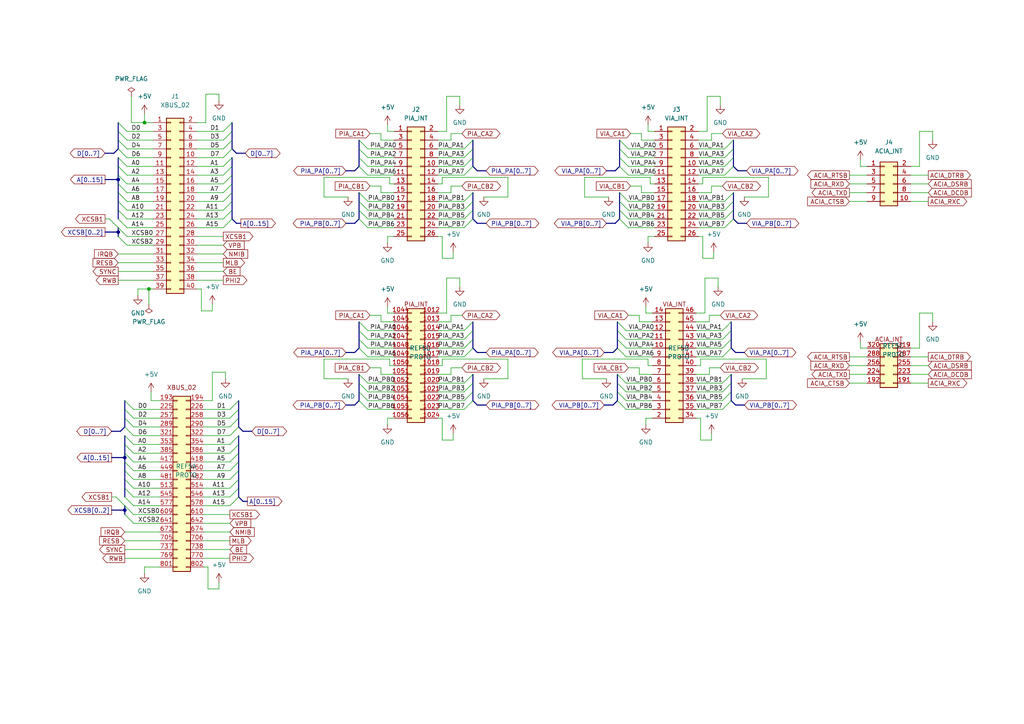
<source format=kicad_sch>
(kicad_sch (version 20211123) (generator eeschema)
  (paper "A4")
  (junction (at 41.91 35.56))
  (junction (at 36.195 132.715))
  (junction (at 36.195 147.955))
  (junction (at 34.29 52.07))
  (junction (at 43.18 83.82))
  (junction (at 34.29 67.31))
  (bus_entry (at 106.68 116.205) (size -2.54 -2.54))
  (bus_entry (at 36.195 128.905) (size 2.54 2.54))
  (bus_entry (at 182.245 45.72) (size -2.54 -2.54))
  (bus_entry (at 106.68 100.965) (size -2.54 -2.54))
  (bus_entry (at 36.195 123.825) (size 2.54 2.54))
  (bus_entry (at 182.245 58.42) (size -2.54 -2.54))
  (bus_entry (at 134.62 98.425) (size 2.54 -2.54))
  (bus_entry (at 134.62 118.745) (size 2.54 -2.54))
  (bus_entry (at 209.55 111.125) (size 2.54 -2.54))
  (bus_entry (at 66.675 139.065) (size 2.54 -2.54))
  (bus_entry (at 181.61 111.125) (size -2.54 -2.54))
  (bus_entry (at 64.77 66.04) (size 2.54 -2.54))
  (bus_entry (at 181.61 103.505) (size -2.54 -2.54))
  (bus_entry (at 209.55 98.425) (size 2.54 -2.54))
  (bus_entry (at 34.29 43.18) (size 2.54 2.54))
  (bus_entry (at 210.185 58.42) (size 2.54 -2.54))
  (bus_entry (at 34.29 53.34) (size 2.54 2.54))
  (bus_entry (at 106.68 95.885) (size -2.54 -2.54))
  (bus_entry (at 182.245 48.26) (size -2.54 -2.54))
  (bus_entry (at 181.61 100.965) (size -2.54 -2.54))
  (bus_entry (at 134.62 100.965) (size 2.54 -2.54))
  (bus_entry (at 36.195 116.205) (size 2.54 2.54))
  (bus_entry (at 210.185 48.26) (size 2.54 -2.54))
  (bus_entry (at 106.68 98.425) (size -2.54 -2.54))
  (bus_entry (at 34.29 58.42) (size 2.54 2.54))
  (bus_entry (at 36.195 126.365) (size 2.54 2.54))
  (bus_entry (at 134.62 116.205) (size 2.54 -2.54))
  (bus_entry (at 181.61 95.885) (size -2.54 -2.54))
  (bus_entry (at 33.655 144.145) (size 2.54 2.54))
  (bus_entry (at 134.62 63.5) (size 2.54 -2.54))
  (bus_entry (at 64.77 45.72) (size 2.54 -2.54))
  (bus_entry (at 36.195 139.065) (size 2.54 2.54))
  (bus_entry (at 36.195 146.685) (size 2.54 2.54))
  (bus_entry (at 66.675 126.365) (size 2.54 -2.54))
  (bus_entry (at 34.29 38.1) (size 2.54 2.54))
  (bus_entry (at 67.31 35.56) (size -2.54 2.54))
  (bus_entry (at 106.68 113.665) (size -2.54 -2.54))
  (bus_entry (at 64.77 53.34) (size 2.54 -2.54))
  (bus_entry (at 134.62 95.885) (size 2.54 -2.54))
  (bus_entry (at 36.195 144.145) (size 2.54 2.54))
  (bus_entry (at 66.675 128.905) (size 2.54 -2.54))
  (bus_entry (at 106.68 43.18) (size -2.54 -2.54))
  (bus_entry (at 134.62 66.04) (size 2.54 -2.54))
  (bus_entry (at 34.29 68.58) (size 2.54 2.54))
  (bus_entry (at 210.185 66.04) (size 2.54 -2.54))
  (bus_entry (at 36.195 149.225) (size 2.54 2.54))
  (bus_entry (at 31.75 63.5) (size 2.54 2.54))
  (bus_entry (at 134.62 58.42) (size 2.54 -2.54))
  (bus_entry (at 134.62 50.8) (size 2.54 -2.54))
  (bus_entry (at 106.68 48.26) (size -2.54 -2.54))
  (bus_entry (at 64.77 58.42) (size 2.54 -2.54))
  (bus_entry (at 34.29 55.88) (size 2.54 2.54))
  (bus_entry (at 210.185 43.18) (size 2.54 -2.54))
  (bus_entry (at 106.68 103.505) (size -2.54 -2.54))
  (bus_entry (at 182.245 43.18) (size -2.54 -2.54))
  (bus_entry (at 64.77 48.26) (size 2.54 -2.54))
  (bus_entry (at 69.215 121.285) (size -2.54 2.54))
  (bus_entry (at 210.185 63.5) (size 2.54 -2.54))
  (bus_entry (at 181.61 113.665) (size -2.54 -2.54))
  (bus_entry (at 106.68 60.96) (size -2.54 -2.54))
  (bus_entry (at 64.77 63.5) (size 2.54 -2.54))
  (bus_entry (at 210.185 45.72) (size 2.54 -2.54))
  (bus_entry (at 209.55 100.965) (size 2.54 -2.54))
  (bus_entry (at 210.185 50.8) (size 2.54 -2.54))
  (bus_entry (at 134.62 48.26) (size 2.54 -2.54))
  (bus_entry (at 134.62 45.72) (size 2.54 -2.54))
  (bus_entry (at 181.61 98.425) (size -2.54 -2.54))
  (bus_entry (at 209.55 116.205) (size 2.54 -2.54))
  (bus_entry (at 36.195 136.525) (size 2.54 2.54))
  (bus_entry (at 182.245 60.96) (size -2.54 -2.54))
  (bus_entry (at 66.675 146.685) (size 2.54 -2.54))
  (bus_entry (at 209.55 95.885) (size 2.54 -2.54))
  (bus_entry (at 66.675 133.985) (size 2.54 -2.54))
  (bus_entry (at 134.62 60.96) (size 2.54 -2.54))
  (bus_entry (at 34.29 60.96) (size 2.54 2.54))
  (bus_entry (at 209.55 113.665) (size 2.54 -2.54))
  (bus_entry (at 106.68 111.125) (size -2.54 -2.54))
  (bus_entry (at 36.195 133.985) (size 2.54 2.54))
  (bus_entry (at 36.195 121.285) (size 2.54 2.54))
  (bus_entry (at 67.31 40.64) (size -2.54 2.54))
  (bus_entry (at 106.68 58.42) (size -2.54 -2.54))
  (bus_entry (at 36.195 118.745) (size 2.54 2.54))
  (bus_entry (at 209.55 118.745) (size 2.54 -2.54))
  (bus_entry (at 106.68 66.04) (size -2.54 -2.54))
  (bus_entry (at 36.195 131.445) (size 2.54 2.54))
  (bus_entry (at 210.185 60.96) (size 2.54 -2.54))
  (bus_entry (at 34.29 63.5) (size 2.54 2.54))
  (bus_entry (at 134.62 113.665) (size 2.54 -2.54))
  (bus_entry (at 34.29 50.8) (size 2.54 2.54))
  (bus_entry (at 66.675 141.605) (size 2.54 -2.54))
  (bus_entry (at 66.675 131.445) (size 2.54 -2.54))
  (bus_entry (at 134.62 111.125) (size 2.54 -2.54))
  (bus_entry (at 34.29 35.56) (size 2.54 2.54))
  (bus_entry (at 182.245 50.8) (size -2.54 -2.54))
  (bus_entry (at 67.31 38.1) (size -2.54 2.54))
  (bus_entry (at 106.68 45.72) (size -2.54 -2.54))
  (bus_entry (at 106.68 63.5) (size -2.54 -2.54))
  (bus_entry (at 181.61 118.745) (size -2.54 -2.54))
  (bus_entry (at 66.675 136.525) (size 2.54 -2.54))
  (bus_entry (at 106.68 118.745) (size -2.54 -2.54))
  (bus_entry (at 182.245 66.04) (size -2.54 -2.54))
  (bus_entry (at 106.68 50.8) (size -2.54 -2.54))
  (bus_entry (at 69.215 116.205) (size -2.54 2.54))
  (bus_entry (at 64.77 55.88) (size 2.54 -2.54))
  (bus_entry (at 134.62 43.18) (size 2.54 -2.54))
  (bus_entry (at 182.245 63.5) (size -2.54 -2.54))
  (bus_entry (at 64.77 60.96) (size 2.54 -2.54))
  (bus_entry (at 134.62 103.505) (size 2.54 -2.54))
  (bus_entry (at 64.77 50.8) (size 2.54 -2.54))
  (bus_entry (at 66.675 144.145) (size 2.54 -2.54))
  (bus_entry (at 34.29 48.26) (size 2.54 2.54))
  (bus_entry (at 34.29 40.64) (size 2.54 2.54))
  (bus_entry (at 34.29 66.04) (size 2.54 2.54))
  (bus_entry (at 209.55 103.505) (size 2.54 -2.54))
  (bus_entry (at 181.61 116.205) (size -2.54 -2.54))
  (bus_entry (at 69.215 118.745) (size -2.54 2.54))
  (bus_entry (at 34.29 45.72) (size 2.54 2.54))
  (bus_entry (at 36.195 141.605) (size 2.54 2.54))
  (bus (pts (xy 137.16 93.345) (xy 137.16 95.885)))
  (wire (pts (xy 34.29 73.66) (xy 44.45 73.66)))
  (wire (pts (xy 114.3 95.885) (xy 106.68 95.885)))
  (wire (pts (xy 189.865 45.72) (xy 182.245 45.72)))
  (wire (pts (xy 127 38.1) (xy 129.54 38.1)))
  (bus (pts (xy 137.16 55.88) (xy 137.16 58.42)))
  (bus (pts (xy 140.97 49.53) (xy 138.43 49.53)))
  (wire (pts (xy 202.565 43.18) (xy 210.185 43.18)))
  (wire (pts (xy 246.38 111.125) (xy 251.46 111.125)))
  (wire (pts (xy 202.565 68.58) (xy 203.835 68.58)))
  (wire (pts (xy 189.23 116.205) (xy 181.61 116.205)))
  (bus (pts (xy 36.195 136.525) (xy 36.195 139.065)))
  (bus (pts (xy 137.16 45.72) (xy 137.16 48.26)))
  (wire (pts (xy 38.735 146.685) (xy 46.355 146.685)))
  (wire (pts (xy 59.055 128.905) (xy 66.675 128.905)))
  (wire (pts (xy 57.15 76.2) (xy 64.77 76.2)))
  (wire (pts (xy 58.42 83.82) (xy 58.42 90.17)))
  (wire (pts (xy 128.27 51.435) (xy 147.32 51.435)))
  (bus (pts (xy 216.535 64.77) (xy 213.995 64.77)))
  (bus (pts (xy 212.09 108.585) (xy 212.09 111.125)))
  (wire (pts (xy 58.42 90.17) (xy 61.595 90.17)))
  (wire (pts (xy 205.74 91.44) (xy 208.915 91.44)))
  (bus (pts (xy 36.195 132.715) (xy 36.195 133.985)))
  (wire (pts (xy 93.98 51.435) (xy 93.98 57.15)))
  (wire (pts (xy 57.15 78.74) (xy 64.77 78.74)))
  (wire (pts (xy 129.54 90.805) (xy 129.54 80.645)))
  (wire (pts (xy 57.15 48.26) (xy 64.77 48.26)))
  (wire (pts (xy 44.45 35.56) (xy 41.91 35.56)))
  (wire (pts (xy 130.81 106.68) (xy 133.985 106.68)))
  (wire (pts (xy 38.1 35.56) (xy 38.1 27.94)))
  (wire (pts (xy 269.24 58.42) (xy 264.16 58.42)))
  (wire (pts (xy 203.835 74.93) (xy 207.01 74.93)))
  (wire (pts (xy 128.27 106.045) (xy 127 106.045)))
  (wire (pts (xy 208.28 80.645) (xy 208.28 83.185)))
  (bus (pts (xy 212.725 55.88) (xy 212.725 58.42)))
  (wire (pts (xy 57.15 50.8) (xy 64.77 50.8)))
  (wire (pts (xy 130.81 91.44) (xy 133.985 91.44)))
  (wire (pts (xy 57.15 43.18) (xy 64.77 43.18)))
  (wire (pts (xy 41.91 164.465) (xy 46.355 164.465)))
  (bus (pts (xy 137.16 98.425) (xy 137.16 100.965)))
  (bus (pts (xy 212.09 113.665) (xy 212.09 116.205)))
  (wire (pts (xy 112.395 90.805) (xy 112.395 88.9)))
  (wire (pts (xy 187.96 104.14) (xy 168.91 104.14)))
  (bus (pts (xy 32.385 125.095) (xy 34.925 125.095)))
  (wire (pts (xy 201.93 113.665) (xy 209.55 113.665)))
  (wire (pts (xy 38.735 141.605) (xy 46.355 141.605)))
  (wire (pts (xy 187.325 90.805) (xy 187.325 88.9)))
  (bus (pts (xy 69.215 141.605) (xy 69.215 144.145)))
  (wire (pts (xy 114.3 118.745) (xy 106.68 118.745)))
  (wire (pts (xy 114.3 43.18) (xy 106.68 43.18)))
  (bus (pts (xy 212.09 93.345) (xy 212.09 95.885)))
  (wire (pts (xy 269.24 108.585) (xy 264.16 108.585)))
  (bus (pts (xy 179.07 116.205) (xy 177.8 117.475)))
  (bus (pts (xy 212.725 58.42) (xy 212.725 60.96)))
  (wire (pts (xy 59.055 121.285) (xy 66.675 121.285)))
  (wire (pts (xy 36.83 63.5) (xy 44.45 63.5)))
  (wire (pts (xy 133.35 27.94) (xy 133.35 30.48)))
  (wire (pts (xy 63.5 27.305) (xy 63.5 29.21)))
  (bus (pts (xy 212.725 63.5) (xy 213.995 64.77)))
  (bus (pts (xy 104.14 48.26) (xy 102.87 49.53)))
  (wire (pts (xy 127 116.205) (xy 134.62 116.205)))
  (wire (pts (xy 246.38 50.8) (xy 251.46 50.8)))
  (wire (pts (xy 185.42 106.68) (xy 182.245 106.68)))
  (wire (pts (xy 189.865 66.04) (xy 182.245 66.04)))
  (wire (pts (xy 57.15 53.34) (xy 64.77 53.34)))
  (bus (pts (xy 215.9 102.235) (xy 213.36 102.235)))
  (wire (pts (xy 185.42 91.44) (xy 182.245 91.44)))
  (bus (pts (xy 175.895 49.53) (xy 178.435 49.53)))
  (wire (pts (xy 127 48.26) (xy 134.62 48.26)))
  (wire (pts (xy 113.03 53.34) (xy 114.3 53.34)))
  (bus (pts (xy 36.195 133.985) (xy 36.195 136.525)))
  (bus (pts (xy 104.14 63.5) (xy 102.87 64.77)))
  (wire (pts (xy 189.865 48.26) (xy 182.245 48.26)))
  (wire (pts (xy 246.38 103.505) (xy 251.46 103.505)))
  (wire (pts (xy 201.93 103.505) (xy 209.55 103.505)))
  (wire (pts (xy 127 111.125) (xy 134.62 111.125)))
  (bus (pts (xy 69.215 128.905) (xy 69.215 131.445)))
  (wire (pts (xy 201.93 111.125) (xy 209.55 111.125)))
  (wire (pts (xy 169.545 57.15) (xy 176.53 57.15)))
  (wire (pts (xy 222.885 57.15) (xy 215.9 57.15)))
  (bus (pts (xy 179.705 48.26) (xy 178.435 49.53)))
  (bus (pts (xy 69.215 131.445) (xy 69.215 133.985)))
  (wire (pts (xy 113.03 51.435) (xy 113.03 53.34)))
  (wire (pts (xy 201.93 108.585) (xy 205.74 108.585)))
  (wire (pts (xy 202.565 48.26) (xy 210.185 48.26)))
  (bus (pts (xy 215.9 117.475) (xy 213.36 117.475)))
  (bus (pts (xy 36.195 141.605) (xy 36.195 144.145)))
  (wire (pts (xy 46.355 116.205) (xy 43.815 116.205)))
  (wire (pts (xy 127 40.64) (xy 130.81 40.64)))
  (bus (pts (xy 104.14 43.18) (xy 104.14 45.72)))
  (wire (pts (xy 59.055 141.605) (xy 66.675 141.605)))
  (wire (pts (xy 36.83 38.1) (xy 44.45 38.1)))
  (bus (pts (xy 212.725 45.72) (xy 212.725 48.26)))
  (wire (pts (xy 110.49 106.68) (xy 107.315 106.68)))
  (wire (pts (xy 57.15 55.88) (xy 64.77 55.88)))
  (wire (pts (xy 34.29 76.2) (xy 44.45 76.2)))
  (bus (pts (xy 67.31 40.64) (xy 67.31 43.18)))
  (wire (pts (xy 36.83 45.72) (xy 44.45 45.72)))
  (wire (pts (xy 264.16 50.8) (xy 269.24 50.8)))
  (wire (pts (xy 249.555 48.26) (xy 249.555 46.355)))
  (wire (pts (xy 188.595 51.435) (xy 188.595 53.34)))
  (wire (pts (xy 57.15 60.96) (xy 64.77 60.96)))
  (bus (pts (xy 104.14 40.64) (xy 104.14 43.18)))
  (wire (pts (xy 206.375 53.975) (xy 209.55 53.975)))
  (wire (pts (xy 203.835 53.34) (xy 202.565 53.34)))
  (wire (pts (xy 189.23 108.585) (xy 185.42 108.585)))
  (wire (pts (xy 201.93 121.285) (xy 203.2 121.285)))
  (wire (pts (xy 112.395 38.1) (xy 112.395 36.195)))
  (bus (pts (xy 32.385 132.715) (xy 36.195 132.715)))
  (wire (pts (xy 36.195 159.385) (xy 46.355 159.385)))
  (wire (pts (xy 59.055 151.765) (xy 66.675 151.765)))
  (wire (pts (xy 189.23 121.285) (xy 187.325 121.285)))
  (wire (pts (xy 128.27 121.285) (xy 128.27 127.635)))
  (bus (pts (xy 137.16 40.64) (xy 137.16 43.18)))
  (wire (pts (xy 114.3 121.285) (xy 112.395 121.285)))
  (bus (pts (xy 67.31 63.5) (xy 68.58 64.77)))
  (bus (pts (xy 140.97 117.475) (xy 138.43 117.475)))
  (wire (pts (xy 114.3 66.04) (xy 106.68 66.04)))
  (wire (pts (xy 65.405 107.95) (xy 65.405 109.855)))
  (bus (pts (xy 212.725 60.96) (xy 212.725 63.5)))
  (wire (pts (xy 57.15 45.72) (xy 64.77 45.72)))
  (bus (pts (xy 67.31 35.56) (xy 67.31 38.1)))
  (bus (pts (xy 104.14 93.345) (xy 104.14 95.885)))
  (wire (pts (xy 112.395 68.58) (xy 112.395 70.485)))
  (bus (pts (xy 179.705 60.96) (xy 179.705 63.5)))
  (wire (pts (xy 202.565 55.88) (xy 206.375 55.88)))
  (wire (pts (xy 59.055 126.365) (xy 66.675 126.365)))
  (wire (pts (xy 113.03 51.435) (xy 93.98 51.435)))
  (wire (pts (xy 59.055 149.225) (xy 66.675 149.225)))
  (bus (pts (xy 30.48 67.31) (xy 34.29 67.31)))
  (wire (pts (xy 36.83 55.88) (xy 44.45 55.88)))
  (wire (pts (xy 206.375 55.88) (xy 206.375 53.975)))
  (bus (pts (xy 179.07 93.345) (xy 179.07 95.885)))
  (wire (pts (xy 114.3 63.5) (xy 106.68 63.5)))
  (wire (pts (xy 57.15 35.56) (xy 59.69 35.56)))
  (bus (pts (xy 67.31 48.26) (xy 67.31 50.8)))
  (bus (pts (xy 179.07 100.965) (xy 177.8 102.235)))
  (wire (pts (xy 130.81 38.735) (xy 133.985 38.735)))
  (wire (pts (xy 206.375 127.635) (xy 206.375 125.73)))
  (bus (pts (xy 34.29 52.07) (xy 34.29 53.34)))
  (bus (pts (xy 71.12 44.45) (xy 68.58 44.45)))
  (bus (pts (xy 137.16 108.585) (xy 137.16 111.125)))
  (wire (pts (xy 93.98 57.15) (xy 100.965 57.15)))
  (wire (pts (xy 40.005 83.82) (xy 40.005 85.725)))
  (wire (pts (xy 114.3 116.205) (xy 106.68 116.205)))
  (bus (pts (xy 36.195 118.745) (xy 36.195 121.285)))
  (wire (pts (xy 110.49 55.88) (xy 110.49 53.975)))
  (wire (pts (xy 147.32 104.14) (xy 147.32 109.855)))
  (wire (pts (xy 36.83 43.18) (xy 44.45 43.18)))
  (bus (pts (xy 104.14 45.72) (xy 104.14 48.26)))
  (bus (pts (xy 137.16 63.5) (xy 138.43 64.77)))
  (wire (pts (xy 206.375 38.735) (xy 209.55 38.735)))
  (wire (pts (xy 128.27 104.14) (xy 147.32 104.14)))
  (wire (pts (xy 114.3 38.1) (xy 112.395 38.1)))
  (wire (pts (xy 59.055 133.985) (xy 66.675 133.985)))
  (wire (pts (xy 188.595 51.435) (xy 169.545 51.435)))
  (wire (pts (xy 36.83 53.34) (xy 44.45 53.34)))
  (wire (pts (xy 59.055 116.205) (xy 61.595 116.205)))
  (wire (pts (xy 127 50.8) (xy 134.62 50.8)))
  (wire (pts (xy 189.23 95.885) (xy 181.61 95.885)))
  (wire (pts (xy 201.93 118.745) (xy 209.55 118.745)))
  (bus (pts (xy 36.195 131.445) (xy 36.195 132.715)))
  (wire (pts (xy 127 93.345) (xy 130.81 93.345)))
  (wire (pts (xy 113.03 104.14) (xy 113.03 106.045)))
  (bus (pts (xy 30.48 44.45) (xy 33.02 44.45)))
  (wire (pts (xy 168.91 109.855) (xy 175.895 109.855)))
  (wire (pts (xy 201.93 116.205) (xy 209.55 116.205)))
  (bus (pts (xy 104.14 98.425) (xy 104.14 100.965)))
  (wire (pts (xy 205.74 108.585) (xy 205.74 106.68)))
  (bus (pts (xy 34.29 58.42) (xy 34.29 60.96)))
  (bus (pts (xy 36.195 128.905) (xy 36.195 131.445)))
  (wire (pts (xy 114.3 100.965) (xy 106.68 100.965)))
  (wire (pts (xy 133.35 80.645) (xy 133.35 83.185)))
  (wire (pts (xy 128.27 51.435) (xy 128.27 53.34)))
  (bus (pts (xy 36.195 147.955) (xy 36.195 149.225)))
  (wire (pts (xy 189.865 40.64) (xy 186.055 40.64)))
  (wire (pts (xy 59.055 123.825) (xy 66.675 123.825)))
  (wire (pts (xy 189.865 58.42) (xy 182.245 58.42)))
  (wire (pts (xy 130.81 40.64) (xy 130.81 38.735)))
  (wire (pts (xy 189.865 68.58) (xy 187.96 68.58)))
  (wire (pts (xy 246.38 58.42) (xy 251.46 58.42)))
  (wire (pts (xy 266.7 100.965) (xy 266.7 90.805)))
  (wire (pts (xy 127 100.965) (xy 134.62 100.965)))
  (bus (pts (xy 70.485 145.415) (xy 71.755 145.415)))
  (wire (pts (xy 189.23 113.665) (xy 181.61 113.665)))
  (wire (pts (xy 36.83 68.58) (xy 44.45 68.58)))
  (wire (pts (xy 189.23 111.125) (xy 181.61 111.125)))
  (wire (pts (xy 93.98 104.14) (xy 93.98 109.855)))
  (wire (pts (xy 38.735 121.285) (xy 46.355 121.285)))
  (wire (pts (xy 189.23 103.505) (xy 181.61 103.505)))
  (wire (pts (xy 251.46 48.26) (xy 249.555 48.26)))
  (bus (pts (xy 179.705 40.64) (xy 179.705 43.18)))
  (wire (pts (xy 185.42 93.345) (xy 185.42 91.44)))
  (bus (pts (xy 175.26 102.235) (xy 177.8 102.235)))
  (bus (pts (xy 104.14 108.585) (xy 104.14 111.125)))
  (wire (pts (xy 222.25 104.14) (xy 222.25 109.855)))
  (wire (pts (xy 201.93 100.965) (xy 209.55 100.965)))
  (wire (pts (xy 187.96 68.58) (xy 187.96 70.485)))
  (wire (pts (xy 186.055 53.975) (xy 182.88 53.975)))
  (wire (pts (xy 129.54 38.1) (xy 129.54 27.94)))
  (wire (pts (xy 36.195 156.845) (xy 46.355 156.845)))
  (wire (pts (xy 36.83 40.64) (xy 44.45 40.64)))
  (bus (pts (xy 34.29 55.88) (xy 34.29 58.42)))
  (bus (pts (xy 212.725 43.18) (xy 212.725 45.72)))
  (bus (pts (xy 216.535 49.53) (xy 213.995 49.53)))
  (bus (pts (xy 36.195 121.285) (xy 36.195 123.825)))
  (wire (pts (xy 110.49 38.735) (xy 107.315 38.735)))
  (wire (pts (xy 114.3 40.64) (xy 110.49 40.64)))
  (wire (pts (xy 43.18 83.82) (xy 43.18 88.265)))
  (wire (pts (xy 41.91 35.56) (xy 41.91 33.02)))
  (bus (pts (xy 67.31 55.88) (xy 67.31 58.42)))
  (wire (pts (xy 189.23 90.805) (xy 187.325 90.805)))
  (bus (pts (xy 212.09 116.205) (xy 213.36 117.475)))
  (wire (pts (xy 127 60.96) (xy 134.62 60.96)))
  (wire (pts (xy 185.42 108.585) (xy 185.42 106.68)))
  (wire (pts (xy 251.46 100.965) (xy 249.555 100.965)))
  (wire (pts (xy 57.15 81.28) (xy 64.77 81.28)))
  (bus (pts (xy 179.07 113.665) (xy 179.07 116.205)))
  (bus (pts (xy 104.14 100.965) (xy 102.87 102.235)))
  (bus (pts (xy 179.07 95.885) (xy 179.07 98.425)))
  (wire (pts (xy 128.27 127.635) (xy 131.445 127.635)))
  (wire (pts (xy 201.93 93.345) (xy 205.74 93.345)))
  (bus (pts (xy 34.29 53.34) (xy 34.29 55.88)))
  (wire (pts (xy 59.69 27.305) (xy 63.5 27.305)))
  (bus (pts (xy 104.14 95.885) (xy 104.14 98.425)))
  (wire (pts (xy 114.3 103.505) (xy 106.68 103.505)))
  (wire (pts (xy 36.195 154.305) (xy 46.355 154.305)))
  (wire (pts (xy 127 95.885) (xy 134.62 95.885)))
  (bus (pts (xy 34.29 45.72) (xy 34.29 48.26)))
  (wire (pts (xy 38.735 149.225) (xy 46.355 149.225)))
  (wire (pts (xy 34.29 81.28) (xy 44.45 81.28)))
  (wire (pts (xy 266.7 48.26) (xy 266.7 38.1)))
  (wire (pts (xy 112.395 121.285) (xy 112.395 123.19)))
  (bus (pts (xy 69.215 144.145) (xy 70.485 145.415)))
  (wire (pts (xy 114.3 45.72) (xy 106.68 45.72)))
  (wire (pts (xy 59.055 161.925) (xy 66.675 161.925)))
  (wire (pts (xy 131.445 74.93) (xy 131.445 73.025)))
  (wire (pts (xy 269.24 53.34) (xy 264.16 53.34)))
  (bus (pts (xy 137.16 43.18) (xy 137.16 45.72)))
  (bus (pts (xy 34.29 48.26) (xy 34.29 50.8)))
  (bus (pts (xy 179.07 108.585) (xy 179.07 111.125)))
  (wire (pts (xy 208.915 27.94) (xy 208.915 30.48)))
  (wire (pts (xy 187.96 104.14) (xy 187.96 106.045)))
  (bus (pts (xy 212.725 40.64) (xy 212.725 43.18)))
  (bus (pts (xy 69.215 133.985) (xy 69.215 136.525)))
  (bus (pts (xy 137.16 60.96) (xy 137.16 63.5)))
  (wire (pts (xy 269.24 55.88) (xy 264.16 55.88)))
  (wire (pts (xy 189.865 60.96) (xy 182.245 60.96)))
  (wire (pts (xy 189.23 118.745) (xy 181.61 118.745)))
  (wire (pts (xy 264.16 48.26) (xy 266.7 48.26)))
  (wire (pts (xy 41.91 164.465) (xy 41.91 166.37)))
  (wire (pts (xy 127 118.745) (xy 134.62 118.745)))
  (wire (pts (xy 59.055 118.745) (xy 66.675 118.745)))
  (bus (pts (xy 137.16 58.42) (xy 137.16 60.96)))
  (wire (pts (xy 202.565 50.8) (xy 210.185 50.8)))
  (wire (pts (xy 38.735 131.445) (xy 46.355 131.445)))
  (wire (pts (xy 203.2 121.285) (xy 203.2 127.635)))
  (wire (pts (xy 60.325 164.465) (xy 60.325 170.815)))
  (wire (pts (xy 130.81 93.345) (xy 130.81 91.44)))
  (wire (pts (xy 264.16 100.965) (xy 266.7 100.965)))
  (wire (pts (xy 202.565 66.04) (xy 210.185 66.04)))
  (bus (pts (xy 212.09 111.125) (xy 212.09 113.665)))
  (bus (pts (xy 69.215 123.825) (xy 70.485 125.095)))
  (bus (pts (xy 36.195 123.825) (xy 34.925 125.095)))
  (bus (pts (xy 69.215 118.745) (xy 69.215 121.285)))
  (wire (pts (xy 269.24 111.125) (xy 264.16 111.125)))
  (wire (pts (xy 186.055 38.735) (xy 182.88 38.735)))
  (wire (pts (xy 59.055 136.525) (xy 66.675 136.525)))
  (wire (pts (xy 38.735 139.065) (xy 46.355 139.065)))
  (bus (pts (xy 104.14 55.88) (xy 104.14 58.42)))
  (wire (pts (xy 130.81 53.975) (xy 133.985 53.975)))
  (bus (pts (xy 104.14 116.205) (xy 102.87 117.475)))
  (wire (pts (xy 189.865 50.8) (xy 182.245 50.8)))
  (wire (pts (xy 266.7 38.1) (xy 270.51 38.1)))
  (wire (pts (xy 169.545 51.435) (xy 169.545 57.15)))
  (wire (pts (xy 202.565 60.96) (xy 210.185 60.96)))
  (wire (pts (xy 204.47 80.645) (xy 208.28 80.645)))
  (bus (pts (xy 67.31 53.34) (xy 67.31 55.88)))
  (bus (pts (xy 179.705 63.5) (xy 178.435 64.77)))
  (bus (pts (xy 179.07 98.425) (xy 179.07 100.965)))
  (wire (pts (xy 127 98.425) (xy 134.62 98.425)))
  (wire (pts (xy 266.7 90.805) (xy 270.51 90.805)))
  (wire (pts (xy 189.23 98.425) (xy 181.61 98.425)))
  (wire (pts (xy 57.15 38.1) (xy 64.77 38.1)))
  (bus (pts (xy 34.29 67.31) (xy 34.29 68.58)))
  (wire (pts (xy 32.385 144.145) (xy 33.655 144.145)))
  (wire (pts (xy 186.055 40.64) (xy 186.055 38.735)))
  (bus (pts (xy 137.16 111.125) (xy 137.16 113.665)))
  (bus (pts (xy 32.385 147.955) (xy 36.195 147.955)))
  (bus (pts (xy 104.14 113.665) (xy 104.14 116.205)))
  (wire (pts (xy 187.325 121.285) (xy 187.325 123.19)))
  (wire (pts (xy 38.735 126.365) (xy 46.355 126.365)))
  (wire (pts (xy 114.3 108.585) (xy 110.49 108.585)))
  (wire (pts (xy 147.32 51.435) (xy 147.32 57.15)))
  (wire (pts (xy 207.01 74.93) (xy 207.01 73.025)))
  (wire (pts (xy 59.69 35.56) (xy 59.69 27.305)))
  (wire (pts (xy 38.735 136.525) (xy 46.355 136.525)))
  (wire (pts (xy 114.3 90.805) (xy 112.395 90.805)))
  (wire (pts (xy 114.3 50.8) (xy 106.68 50.8)))
  (bus (pts (xy 104.14 60.96) (xy 104.14 63.5)))
  (wire (pts (xy 131.445 127.635) (xy 131.445 125.73)))
  (wire (pts (xy 57.15 66.04) (xy 64.77 66.04)))
  (wire (pts (xy 127 121.285) (xy 128.27 121.285)))
  (bus (pts (xy 100.33 117.475) (xy 102.87 117.475)))
  (bus (pts (xy 179.705 43.18) (xy 179.705 45.72)))
  (bus (pts (xy 68.58 64.77) (xy 69.85 64.77)))
  (bus (pts (xy 69.215 116.205) (xy 69.215 118.745)))
  (wire (pts (xy 59.055 154.305) (xy 66.675 154.305)))
  (wire (pts (xy 57.15 40.64) (xy 64.77 40.64)))
  (wire (pts (xy 36.83 71.12) (xy 44.45 71.12)))
  (wire (pts (xy 246.38 55.88) (xy 251.46 55.88)))
  (bus (pts (xy 212.09 95.885) (xy 212.09 98.425)))
  (bus (pts (xy 179.705 58.42) (xy 179.705 60.96)))
  (bus (pts (xy 67.31 58.42) (xy 67.31 60.96)))
  (wire (pts (xy 110.49 93.345) (xy 110.49 91.44)))
  (wire (pts (xy 130.81 108.585) (xy 130.81 106.68)))
  (wire (pts (xy 93.98 109.855) (xy 100.965 109.855)))
  (bus (pts (xy 34.29 60.96) (xy 34.29 63.5)))
  (bus (pts (xy 36.195 139.065) (xy 36.195 141.605)))
  (wire (pts (xy 114.3 113.665) (xy 106.68 113.665)))
  (wire (pts (xy 59.055 144.145) (xy 66.675 144.145)))
  (wire (pts (xy 110.49 108.585) (xy 110.49 106.68)))
  (wire (pts (xy 36.83 58.42) (xy 44.45 58.42)))
  (wire (pts (xy 59.055 156.845) (xy 66.675 156.845)))
  (wire (pts (xy 36.83 48.26) (xy 44.45 48.26)))
  (wire (pts (xy 202.565 38.1) (xy 205.105 38.1)))
  (wire (pts (xy 204.47 90.805) (xy 204.47 80.645)))
  (wire (pts (xy 130.81 55.88) (xy 130.81 53.975)))
  (wire (pts (xy 114.3 93.345) (xy 110.49 93.345)))
  (bus (pts (xy 34.29 38.1) (xy 34.29 40.64)))
  (wire (pts (xy 189.23 93.345) (xy 185.42 93.345)))
  (wire (pts (xy 203.835 51.435) (xy 203.835 53.34)))
  (wire (pts (xy 38.735 151.765) (xy 46.355 151.765)))
  (wire (pts (xy 57.15 68.58) (xy 64.77 68.58)))
  (wire (pts (xy 202.565 58.42) (xy 210.185 58.42)))
  (wire (pts (xy 246.38 106.045) (xy 251.46 106.045)))
  (bus (pts (xy 175.26 117.475) (xy 177.8 117.475)))
  (bus (pts (xy 137.16 100.965) (xy 138.43 102.235)))
  (wire (pts (xy 36.83 50.8) (xy 44.45 50.8)))
  (wire (pts (xy 127 103.505) (xy 134.62 103.505)))
  (wire (pts (xy 127 43.18) (xy 134.62 43.18)))
  (bus (pts (xy 36.195 146.685) (xy 36.195 147.955)))
  (bus (pts (xy 175.895 64.77) (xy 178.435 64.77)))
  (bus (pts (xy 212.725 48.26) (xy 213.995 49.53)))
  (wire (pts (xy 222.885 51.435) (xy 222.885 57.15)))
  (wire (pts (xy 246.38 108.585) (xy 251.46 108.585)))
  (wire (pts (xy 128.27 53.34) (xy 127 53.34)))
  (wire (pts (xy 189.865 55.88) (xy 186.055 55.88)))
  (wire (pts (xy 187.96 38.1) (xy 187.96 36.195)))
  (wire (pts (xy 202.565 45.72) (xy 210.185 45.72)))
  (bus (pts (xy 100.33 102.235) (xy 102.87 102.235)))
  (wire (pts (xy 201.93 90.805) (xy 204.47 90.805)))
  (wire (pts (xy 128.27 74.93) (xy 131.445 74.93)))
  (bus (pts (xy 140.97 102.235) (xy 138.43 102.235)))
  (wire (pts (xy 59.055 146.685) (xy 66.675 146.685)))
  (wire (pts (xy 249.555 100.965) (xy 249.555 99.06)))
  (wire (pts (xy 201.93 98.425) (xy 209.55 98.425)))
  (wire (pts (xy 57.15 71.12) (xy 64.77 71.12)))
  (wire (pts (xy 147.32 109.855) (xy 140.335 109.855)))
  (bus (pts (xy 67.31 45.72) (xy 67.31 48.26)))
  (wire (pts (xy 127 63.5) (xy 134.62 63.5)))
  (wire (pts (xy 205.105 38.1) (xy 205.105 27.94)))
  (wire (pts (xy 38.735 128.905) (xy 46.355 128.905)))
  (bus (pts (xy 34.29 66.04) (xy 34.29 67.31)))
  (wire (pts (xy 189.865 38.1) (xy 187.96 38.1)))
  (wire (pts (xy 127 68.58) (xy 128.27 68.58)))
  (wire (pts (xy 114.3 60.96) (xy 106.68 60.96)))
  (wire (pts (xy 203.2 104.14) (xy 203.2 106.045)))
  (wire (pts (xy 202.565 40.64) (xy 206.375 40.64)))
  (bus (pts (xy 67.31 38.1) (xy 67.31 40.64)))
  (wire (pts (xy 202.565 63.5) (xy 210.185 63.5)))
  (wire (pts (xy 147.32 57.15) (xy 140.335 57.15)))
  (bus (pts (xy 69.215 139.065) (xy 69.215 141.605)))
  (bus (pts (xy 179.705 55.88) (xy 179.705 58.42)))
  (bus (pts (xy 100.33 49.53) (xy 102.87 49.53)))
  (bus (pts (xy 69.215 121.285) (xy 69.215 123.825)))
  (wire (pts (xy 36.195 161.925) (xy 46.355 161.925)))
  (wire (pts (xy 113.03 106.045) (xy 114.3 106.045)))
  (wire (pts (xy 114.3 98.425) (xy 106.68 98.425)))
  (bus (pts (xy 67.31 60.96) (xy 67.31 63.5)))
  (bus (pts (xy 34.29 50.8) (xy 34.29 52.07)))
  (wire (pts (xy 41.91 35.56) (xy 38.1 35.56)))
  (bus (pts (xy 69.215 136.525) (xy 69.215 139.065)))
  (wire (pts (xy 127 55.88) (xy 130.81 55.88)))
  (wire (pts (xy 128.27 68.58) (xy 128.27 74.93)))
  (bus (pts (xy 67.31 43.18) (xy 68.58 44.45)))
  (bus (pts (xy 104.14 58.42) (xy 104.14 60.96)))
  (wire (pts (xy 114.3 58.42) (xy 106.68 58.42)))
  (wire (pts (xy 57.15 83.82) (xy 58.42 83.82)))
  (bus (pts (xy 179.07 111.125) (xy 179.07 113.665)))
  (wire (pts (xy 61.595 90.17) (xy 61.595 88.265)))
  (wire (pts (xy 246.38 53.34) (xy 251.46 53.34)))
  (wire (pts (xy 38.735 133.985) (xy 46.355 133.985)))
  (bus (pts (xy 34.29 35.56) (xy 34.29 38.1)))
  (wire (pts (xy 36.83 60.96) (xy 44.45 60.96)))
  (wire (pts (xy 189.865 43.18) (xy 182.245 43.18)))
  (bus (pts (xy 67.31 50.8) (xy 67.31 53.34)))
  (bus (pts (xy 100.33 64.77) (xy 102.87 64.77)))
  (wire (pts (xy 205.74 93.345) (xy 205.74 91.44)))
  (wire (pts (xy 127 58.42) (xy 134.62 58.42)))
  (wire (pts (xy 63.5 170.815) (xy 63.5 168.91)))
  (wire (pts (xy 127 113.665) (xy 134.62 113.665)))
  (wire (pts (xy 34.29 78.74) (xy 44.45 78.74)))
  (wire (pts (xy 270.51 38.1) (xy 270.51 40.64)))
  (wire (pts (xy 110.49 53.975) (xy 107.315 53.975)))
  (wire (pts (xy 203.2 104.14) (xy 222.25 104.14)))
  (wire (pts (xy 203.2 127.635) (xy 206.375 127.635)))
  (wire (pts (xy 60.325 170.815) (xy 63.5 170.815)))
  (wire (pts (xy 127 45.72) (xy 134.62 45.72)))
  (wire (pts (xy 222.25 109.855) (xy 215.265 109.855)))
  (bus (pts (xy 36.195 116.205) (xy 36.195 118.745)))
  (wire (pts (xy 205.105 27.94) (xy 208.915 27.94)))
  (wire (pts (xy 36.83 66.04) (xy 44.45 66.04)))
  (wire (pts (xy 203.835 68.58) (xy 203.835 74.93)))
  (wire (pts (xy 189.23 100.965) (xy 181.61 100.965)))
  (wire (pts (xy 114.3 68.58) (xy 112.395 68.58)))
  (wire (pts (xy 44.45 83.82) (xy 43.18 83.82)))
  (wire (pts (xy 59.055 131.445) (xy 66.675 131.445)))
  (wire (pts (xy 38.735 144.145) (xy 46.355 144.145)))
  (wire (pts (xy 114.3 55.88) (xy 110.49 55.88)))
  (wire (pts (xy 128.27 104.14) (xy 128.27 106.045)))
  (bus (pts (xy 179.705 45.72) (xy 179.705 48.26)))
  (wire (pts (xy 113.03 104.14) (xy 93.98 104.14)))
  (wire (pts (xy 59.055 164.465) (xy 60.325 164.465)))
  (bus (pts (xy 137.16 116.205) (xy 138.43 117.475)))
  (bus (pts (xy 36.195 126.365) (xy 36.195 128.905)))
  (wire (pts (xy 269.24 106.045) (xy 264.16 106.045)))
  (wire (pts (xy 38.735 123.825) (xy 46.355 123.825)))
  (bus (pts (xy 73.025 125.095) (xy 70.485 125.095)))
  (wire (pts (xy 127 66.04) (xy 134.62 66.04)))
  (wire (pts (xy 59.055 159.385) (xy 66.675 159.385)))
  (wire (pts (xy 205.74 106.68) (xy 208.915 106.68)))
  (wire (pts (xy 61.595 107.95) (xy 65.405 107.95)))
  (bus (pts (xy 212.09 100.965) (xy 213.36 102.235)))
  (wire (pts (xy 187.96 106.045) (xy 189.23 106.045)))
  (bus (pts (xy 137.16 113.665) (xy 137.16 116.205)))
  (wire (pts (xy 114.3 111.125) (xy 106.68 111.125)))
  (wire (pts (xy 43.18 83.82) (xy 40.005 83.82)))
  (bus (pts (xy 212.09 98.425) (xy 212.09 100.965)))
  (wire (pts (xy 127 90.805) (xy 129.54 90.805)))
  (bus (pts (xy 34.29 43.18) (xy 33.02 44.45)))
  (wire (pts (xy 127 108.585) (xy 130.81 108.585)))
  (wire (pts (xy 186.055 55.88) (xy 186.055 53.975)))
  (wire (pts (xy 270.51 90.805) (xy 270.51 93.345)))
  (wire (pts (xy 201.93 106.045) (xy 203.2 106.045)))
  (wire (pts (xy 38.735 118.745) (xy 46.355 118.745)))
  (wire (pts (xy 59.055 139.065) (xy 66.675 139.065)))
  (wire (pts (xy 189.865 63.5) (xy 182.245 63.5)))
  (bus (pts (xy 137.16 48.26) (xy 138.43 49.53)))
  (wire (pts (xy 30.48 63.5) (xy 31.75 63.5)))
  (wire (pts (xy 129.54 80.645) (xy 133.35 80.645)))
  (bus (pts (xy 137.16 95.885) (xy 137.16 98.425)))
  (wire (pts (xy 110.49 91.44) (xy 107.315 91.44)))
  (wire (pts (xy 129.54 27.94) (xy 133.35 27.94)))
  (wire (pts (xy 43.815 116.205) (xy 43.815 113.665)))
  (wire (pts (xy 201.93 95.885) (xy 209.55 95.885)))
  (bus (pts (xy 140.97 64.77) (xy 138.43 64.77)))
  (bus (pts (xy 104.14 111.125) (xy 104.14 113.665)))
  (wire (pts (xy 188.595 53.34) (xy 189.865 53.34)))
  (wire (pts (xy 110.49 40.64) (xy 110.49 38.735)))
  (wire (pts (xy 57.15 58.42) (xy 64.77 58.42)))
  (bus (pts (xy 30.48 52.07) (xy 34.29 52.07)))
  (wire (pts (xy 203.835 51.435) (xy 222.885 51.435)))
  (wire (pts (xy 57.15 63.5) (xy 64.77 63.5)))
  (wire (pts (xy 114.3 48.26) (xy 106.68 48.26)))
  (wire (pts (xy 57.15 73.66) (xy 64.77 73.66)))
  (wire (pts (xy 264.16 103.505) (xy 269.24 103.505)))
  (wire (pts (xy 61.595 116.205) (xy 61.595 107.95)))
  (bus (pts (xy 34.29 40.64) (xy 34.29 43.18)))
  (wire (pts (xy 206.375 40.64) (xy 206.375 38.735)))
  (bus (pts (xy 69.215 126.365) (xy 69.215 128.905)))
  (wire (pts (xy 168.91 104.14) (xy 168.91 109.855)))
  (label "VIA_PA5" (at 202.565 48.26 0))
  (label "D1" (at 62.865 118.745 0))
  (label "A8" (at 40.005 139.065 0))
  (label "A2" (at 40.005 131.445 0))
  (label "PIA_PB2" (at 106.68 60.96 0))
  (label "PIA_PB6" (at 106.68 118.745 0))
  (label "XCSB2" (at 40.005 151.765 0))
  (label "D2" (at 38.1 40.64 0))
  (label "PIA_PB2" (at 106.68 113.665 0))
  (label "A5" (at 62.865 133.985 0))
  (label "VIA_PB3" (at 201.93 113.665 0))
  (label "XCSB0" (at 38.1 68.58 0))
  (label "VIA_PB0" (at 182.245 58.42 0))
  (label "PIA_PB4" (at 106.68 116.205 0))
  (label "VIA_PA2" (at 182.245 98.425 0))
  (label "PIA_PA2" (at 107.315 45.72 0))
  (label "D5" (at 62.865 123.825 0))
  (label "D0" (at 38.1 38.1 0))
  (label "D6" (at 38.1 45.72 0))
  (label "VIA_PB4" (at 182.245 63.5 0))
  (label "A12" (at 40.005 144.145 0))
  (label "VIA_PA4" (at 182.245 100.965 0))
  (label "VIA_PA2" (at 182.88 45.72 0))
  (label "A0" (at 40.005 128.905 0))
  (label "PIA_PA4" (at 107.315 48.26 0))
  (label "PIA_PA6" (at 107.315 103.505 0))
  (label "PIA_PB3" (at 127 60.96 0))
  (label "VIA_PA7" (at 201.93 103.505 0))
  (label "D4" (at 40.005 123.825 0))
  (label "VIA_PA6" (at 182.245 103.505 0))
  (label "D5" (at 60.96 43.18 0))
  (label "VIA_PB2" (at 182.245 60.96 0))
  (label "PIA_PA7" (at 127 50.8 0))
  (label "VIA_PA5" (at 201.93 100.965 0))
  (label "VIA_PB7" (at 202.565 66.04 0))
  (label "A0" (at 38.1 48.26 0))
  (label "A10" (at 40.005 141.605 0))
  (label "A12" (at 38.1 63.5 0))
  (label "PIA_PB6" (at 106.68 66.04 0))
  (label "PIA_PB1" (at 127 111.125 0))
  (label "VIA_PB1" (at 201.93 111.125 0))
  (label "PIA_PA6" (at 107.315 50.8 0))
  (label "A14" (at 40.005 146.685 0))
  (label "A3" (at 62.865 131.445 0))
  (label "D7" (at 60.96 45.72 0))
  (label "XCSB0" (at 40.005 149.225 0))
  (label "PIA_PB7" (at 127 118.745 0))
  (label "A7" (at 60.96 55.88 0))
  (label "PIA_PA4" (at 107.315 100.965 0))
  (label "A10" (at 38.1 60.96 0))
  (label "VIA_PB5" (at 202.565 63.5 0))
  (label "A9" (at 60.96 58.42 0))
  (label "PIA_PA1" (at 127 43.18 0))
  (label "VIA_PA4" (at 182.88 48.26 0))
  (label "A8" (at 38.1 58.42 0))
  (label "VIA_PB0" (at 181.61 111.125 0))
  (label "VIA_PB1" (at 202.565 58.42 0))
  (label "XCSB2" (at 38.1 71.12 0))
  (label "VIA_PB7" (at 201.93 118.745 0))
  (label "PIA_PA0" (at 107.315 95.885 0))
  (label "A6" (at 40.005 136.525 0))
  (label "PIA_PB4" (at 106.68 63.5 0))
  (label "A11" (at 59.69 60.96 0))
  (label "VIA_PB5" (at 201.93 116.205 0))
  (label "A15" (at 61.595 146.685 0))
  (label "D0" (at 40.005 118.745 0))
  (label "D3" (at 62.865 121.285 0))
  (label "VIA_PA1" (at 201.93 95.885 0))
  (label "A2" (at 38.1 50.8 0))
  (label "PIA_PA3" (at 127 45.72 0))
  (label "VIA_PA3" (at 201.93 98.425 0))
  (label "VIA_PB6" (at 182.245 66.04 0))
  (label "VIA_PA0" (at 182.88 43.18 0))
  (label "A4" (at 38.1 53.34 0))
  (label "A15" (at 59.69 66.04 0))
  (label "VIA_PB3" (at 202.565 60.96 0))
  (label "VIA_PA1" (at 202.565 43.18 0))
  (label "A6" (at 38.1 55.88 0))
  (label "A11" (at 61.595 141.605 0))
  (label "PIA_PB3" (at 127 113.665 0))
  (label "A4" (at 40.005 133.985 0))
  (label "PIA_PA5" (at 127 48.26 0))
  (label "VIA_PB2" (at 181.61 113.665 0))
  (label "PIA_PA1" (at 127 95.885 0))
  (label "VIA_PA0" (at 182.245 95.885 0))
  (label "D7" (at 62.865 126.365 0))
  (label "PIA_PB5" (at 127 116.205 0))
  (label "A9" (at 62.865 139.065 0))
  (label "A1" (at 60.96 48.26 0))
  (label "D6" (at 40.005 126.365 0))
  (label "A1" (at 62.865 128.905 0))
  (label "PIA_PA2" (at 107.315 98.425 0))
  (label "D2" (at 40.005 121.285 0))
  (label "PIA_PA0" (at 107.315 43.18 0))
  (label "PIA_PA5" (at 127 100.965 0))
  (label "PIA_PB5" (at 127 63.5 0))
  (label "A13" (at 59.69 63.5 0))
  (label "A13" (at 61.595 144.145 0))
  (label "A5" (at 60.96 53.34 0))
  (label "VIA_PA7" (at 202.565 50.8 0))
  (label "PIA_PA7" (at 127 103.505 0))
  (label "D1" (at 60.96 38.1 0))
  (label "VIA_PB4" (at 181.61 116.205 0))
  (label "VIA_PB6" (at 181.61 118.745 0))
  (label "A14" (at 38.1 66.04 0))
  (label "PIA_PB7" (at 127 66.04 0))
  (label "D3" (at 60.96 40.64 0))
  (label "PIA_PB0" (at 106.68 58.42 0))
  (label "PIA_PB0" (at 106.68 111.125 0))
  (label "PIA_PB1" (at 127 58.42 0))
  (label "A7" (at 62.865 136.525 0))
  (label "D4" (at 38.1 43.18 0))
  (label "VIA_PA3" (at 202.565 45.72 0))
  (label "VIA_PA6" (at 182.88 50.8 0))
  (label "A3" (at 60.96 50.8 0))
  (label "PIA_PA3" (at 127 98.425 0))
  (global_label "XCSB1" (shape output) (at 30.48 63.5 180) (property "Intersheet References" "${INTERSHEET_REFS}" (effects hide)))
  (global_label "VIA_CA1" (shape input) (at 182.245 91.44 180) (property "Intersheet References" "${INTERSHEET_REFS}" (effects hide)))
  (global_label "XCSB1" (shape output) (at 66.675 149.225 0) (property "Intersheet References" "${INTERSHEET_REFS}" (effects hide)))
  (global_label "D[0..7]" (shape bidirectional) (at 73.025 125.095 0) (property "Intersheet References" "${INTERSHEET_REFS}" (effects hide)))
  (global_label "PHI2" (shape output) (at 64.77 81.28 0) (property "Intersheet References" "${INTERSHEET_REFS}" (effects hide)))
  (global_label "PIA_PB[0..7]" (shape bidirectional) (at 140.97 117.475 0) (property "Intersheet References" "${INTERSHEET_REFS}" (effects hide)))
  (global_label "PHI2" (shape output) (at 66.675 161.925 0) (property "Intersheet References" "${INTERSHEET_REFS}" (effects hide)))
  (global_label "XCSB1" (shape output) (at 64.77 68.58 0) (property "Intersheet References" "${INTERSHEET_REFS}" (effects hide)))
  (global_label "VIA_PA[0..7]" (shape bidirectional) (at 216.535 49.53 0) (property "Intersheet References" "${INTERSHEET_REFS}" (effects hide)))
  (global_label "ACIA_TXD" (shape output) (at 246.38 55.88 180) (property "Intersheet References" "${INTERSHEET_REFS}" (effects hide)))
  (global_label "VIA_CB2" (shape bidirectional) (at 208.915 106.68 0) (property "Intersheet References" "${INTERSHEET_REFS}" (effects hide)))
  (global_label "VIA_PB[0..7]" (shape bidirectional) (at 215.9 117.475 0) (property "Intersheet References" "${INTERSHEET_REFS}" (effects hide)))
  (global_label "A[0..15]" (shape output) (at 30.48 52.07 180) (property "Intersheet References" "${INTERSHEET_REFS}" (effects hide)))
  (global_label "XCSB[0..2]" (shape output) (at 30.48 67.31 180) (property "Intersheet References" "${INTERSHEET_REFS}" (effects hide)))
  (global_label "A[0..15]" (shape output) (at 32.385 132.715 180) (property "Intersheet References" "${INTERSHEET_REFS}" (effects hide)))
  (global_label "VPB" (shape input) (at 64.77 71.12 0) (property "Intersheet References" "${INTERSHEET_REFS}" (effects hide)))
  (global_label "ACIA_DSRB" (shape input) (at 269.24 53.34 0) (property "Intersheet References" "${INTERSHEET_REFS}" (effects hide)))
  (global_label "IRQB" (shape input) (at 34.29 73.66 180) (property "Intersheet References" "${INTERSHEET_REFS}" (effects hide)))
  (global_label "ACIA_RXD" (shape input) (at 246.38 53.34 180) (property "Intersheet References" "${INTERSHEET_REFS}" (effects hide)))
  (global_label "SYNC" (shape output) (at 34.29 78.74 180) (property "Intersheet References" "${INTERSHEET_REFS}" (effects hide)))
  (global_label "VIA_CA2" (shape bidirectional) (at 208.915 91.44 0) (property "Intersheet References" "${INTERSHEET_REFS}" (effects hide)))
  (global_label "XCSB[0..2]" (shape output) (at 32.385 147.955 180) (property "Intersheet References" "${INTERSHEET_REFS}" (effects hide)))
  (global_label "XCSB1" (shape output) (at 32.385 144.145 180) (property "Intersheet References" "${INTERSHEET_REFS}" (effects hide)))
  (global_label "PIA_CA2" (shape bidirectional) (at 133.985 91.44 0) (property "Intersheet References" "${INTERSHEET_REFS}" (effects hide)))
  (global_label "ACIA_CTSB" (shape input) (at 246.38 58.42 180) (property "Intersheet References" "${INTERSHEET_REFS}" (effects hide)))
  (global_label "PIA_PA[0..7]" (shape bidirectional) (at 100.33 102.235 180) (property "Intersheet References" "${INTERSHEET_REFS}" (effects hide)))
  (global_label "VIA_PB[0..7]" (shape bidirectional) (at 175.895 64.77 180) (property "Intersheet References" "${INTERSHEET_REFS}" (effects hide)))
  (global_label "ACIA_RTSB" (shape output) (at 246.38 50.8 180) (property "Intersheet References" "${INTERSHEET_REFS}" (effects hide)))
  (global_label "PIA_PA[0..7]" (shape bidirectional) (at 100.33 49.53 180) (property "Intersheet References" "${INTERSHEET_REFS}" (effects hide)))
  (global_label "PIA_CA2" (shape bidirectional) (at 133.985 38.735 0) (property "Intersheet References" "${INTERSHEET_REFS}" (effects hide)))
  (global_label "A[0..15]" (shape output) (at 69.85 64.77 0) (property "Intersheet References" "${INTERSHEET_REFS}" (effects hide)))
  (global_label "MLB" (shape output) (at 66.675 156.845 0) (property "Intersheet References" "${INTERSHEET_REFS}" (effects hide)))
  (global_label "VIA_PB[0..7]" (shape bidirectional) (at 175.26 117.475 180) (property "Intersheet References" "${INTERSHEET_REFS}" (effects hide)))
  (global_label "PIA_CB1" (shape input) (at 107.315 106.68 180) (property "Intersheet References" "${INTERSHEET_REFS}" (effects hide)))
  (global_label "D[0..7]" (shape bidirectional) (at 32.385 125.095 180) (property "Intersheet References" "${INTERSHEET_REFS}" (effects hide)))
  (global_label "BE" (shape input) (at 64.77 78.74 0) (property "Intersheet References" "${INTERSHEET_REFS}" (effects hide)))
  (global_label "RWB" (shape output) (at 36.195 161.925 180) (property "Intersheet References" "${INTERSHEET_REFS}" (effects hide)))
  (global_label "ACIA_RXD" (shape input) (at 246.38 106.045 180) (property "Intersheet References" "${INTERSHEET_REFS}" (effects hide)))
  (global_label "SYNC" (shape output) (at 36.195 159.385 180) (property "Intersheet References" "${INTERSHEET_REFS}" (effects hide)))
  (global_label "IRQB" (shape input) (at 36.195 154.305 180) (property "Intersheet References" "${INTERSHEET_REFS}" (effects hide)))
  (global_label "PIA_PB[0..7]" (shape bidirectional) (at 140.97 64.77 0) (property "Intersheet References" "${INTERSHEET_REFS}" (effects hide)))
  (global_label "VPB" (shape input) (at 66.675 151.765 0) (property "Intersheet References" "${INTERSHEET_REFS}" (effects hide)))
  (global_label "ACIA_DTRB" (shape output) (at 269.24 103.505 0) (property "Intersheet References" "${INTERSHEET_REFS}" (effects hide)))
  (global_label "VIA_PA[0..7]" (shape bidirectional) (at 175.26 102.235 180) (property "Intersheet References" "${INTERSHEET_REFS}" (effects hide)))
  (global_label "ACIA_TXD" (shape output) (at 246.38 108.585 180) (property "Intersheet References" "${INTERSHEET_REFS}" (effects hide)))
  (global_label "PIA_PB[0..7]" (shape bidirectional) (at 100.33 117.475 180) (property "Intersheet References" "${INTERSHEET_REFS}" (effects hide)))
  (global_label "VIA_PB[0..7]" (shape bidirectional) (at 216.535 64.77 0) (property "Intersheet References" "${INTERSHEET_REFS}" (effects hide)))
  (global_label "ACIA_DCDB" (shape input) (at 269.24 55.88 0) (property "Intersheet References" "${INTERSHEET_REFS}" (effects hide)))
  (global_label "VIA_CB1" (shape input) (at 182.245 106.68 180) (property "Intersheet References" "${INTERSHEET_REFS}" (effects hide)))
  (global_label "RWB" (shape output) (at 34.29 81.28 180) (property "Intersheet References" "${INTERSHEET_REFS}" (effects hide)))
  (global_label "PIA_CA1" (shape input) (at 107.315 38.735 180) (property "Intersheet References" "${INTERSHEET_REFS}" (effects hide)))
  (global_label "ACIA_RXC" (shape output) (at 269.24 58.42 0) (property "Intersheet References" "${INTERSHEET_REFS}" (effects hide)))
  (global_label "RESB" (shape input) (at 36.195 156.845 180) (property "Intersheet References" "${INTERSHEET_REFS}" (effects hide)))
  (global_label "D[0..7]" (shape bidirectional) (at 30.48 44.45 180) (property "Intersheet References" "${INTERSHEET_REFS}" (effects hide)))
  (global_label "PIA_PB[0..7]" (shape bidirectional) (at 100.33 64.77 180) (property "Intersheet References" "${INTERSHEET_REFS}" (effects hide)))
  (global_label "RESB" (shape input) (at 34.29 76.2 180) (property "Intersheet References" "${INTERSHEET_REFS}" (effects hide)))
  (global_label "VIA_PA[0..7]" (shape bidirectional) (at 215.9 102.235 0) (property "Intersheet References" "${INTERSHEET_REFS}" (effects hide)))
  (global_label "NMIB" (shape input) (at 64.77 73.66 0) (property "Intersheet References" "${INTERSHEET_REFS}" (effects hide)))
  (global_label "VIA_PA[0..7]" (shape bidirectional) (at 175.895 49.53 180) (property "Intersheet References" "${INTERSHEET_REFS}" (effects hide)))
  (global_label "ACIA_DSRB" (shape input) (at 269.24 106.045 0) (property "Intersheet References" "${INTERSHEET_REFS}" (effects hide)))
  (global_label "ACIA_RXC" (shape output) (at 269.24 111.125 0) (property "Intersheet References" "${INTERSHEET_REFS}" (effects hide)))
  (global_label "MLB" (shape output) (at 64.77 76.2 0) (property "Intersheet References" "${INTERSHEET_REFS}" (effects hide)))
  (global_label "ACIA_DTRB" (shape output) (at 269.24 50.8 0) (property "Intersheet References" "${INTERSHEET_REFS}" (effects hide)))
  (global_label "VIA_CA1" (shape input) (at 182.88 38.735 180) (property "Intersheet References" "${INTERSHEET_REFS}" (effects hide)))
  (global_label "VIA_CB2" (shape bidirectional) (at 209.55 53.975 0) (property "Intersheet References" "${INTERSHEET_REFS}" (effects hide)))
  (global_label "A[0..15]" (shape output) (at 71.755 145.415 0) (property "Intersheet References" "${INTERSHEET_REFS}" (effects hide)))
  (global_label "PIA_CB2" (shape bidirectional) (at 133.985 106.68 0) (property "Intersheet References" "${INTERSHEET_REFS}" (effects hide)))
  (global_label "D[0..7]" (shape bidirectional) (at 71.12 44.45 0) (property "Intersheet References" "${INTERSHEET_REFS}" (effects hide)))
  (global_label "VIA_CA2" (shape bidirectional) (at 209.55 38.735 0) (property "Intersheet References" "${INTERSHEET_REFS}" (effects hide)))
  (global_label "BE" (shape input) (at 66.675 159.385 0) (property "Intersheet References" "${INTERSHEET_REFS}" (effects hide)))
  (global_label "NMIB" (shape input) (at 66.675 154.305 0) (property "Intersheet References" "${INTERSHEET_REFS}" (effects hide)))
  (global_label "PIA_PA[0..7]" (shape bidirectional) (at 140.97 49.53 0) (property "Intersheet References" "${INTERSHEET_REFS}" (effects hide)))
  (global_label "ACIA_CTSB" (shape input) (at 246.38 111.125 180) (property "Intersheet References" "${INTERSHEET_REFS}" (effects hide)))
  (global_label "PIA_CA1" (shape input) (at 107.315 91.44 180) (property "Intersheet References" "${INTERSHEET_REFS}" (effects hide)))
  (global_label "VIA_CB1" (shape input) (at 182.88 53.975 180) (property "Intersheet References" "${INTERSHEET_REFS}" (effects hide)))
  (global_label "PIA_PA[0..7]" (shape bidirectional) (at 140.97 102.235 0) (property "Intersheet References" "${INTERSHEET_REFS}" (effects hide)))
  (global_label "PIA_CB2" (shape bidirectional) (at 133.985 53.975 0) (property "Intersheet References" "${INTERSHEET_REFS}" (effects hide)))
  (global_label "ACIA_DCDB" (shape input) (at 269.24 108.585 0) (property "Intersheet References" "${INTERSHEET_REFS}" (effects hide)))
  (global_label "ACIA_RTSB" (shape output) (at 246.38 103.505 180) (property "Intersheet References" "${INTERSHEET_REFS}" (effects hide)))
  (global_label "PIA_CB1" (shape input) (at 107.315 53.975 180) (property "Intersheet References" "${INTERSHEET_REFS}" (effects hide)))
  (symbol (lib_id "power:GND") (at 270.51 93.345 0) (unit 1)
    (property "Reference" "#PWR0136" (effects hide))
    (property "Value" "GND" (at 270.51 98.425 0))
  )
  (symbol (lib_id "Connector_Generic:Conn_02x13_Odd_Even") (at 194.945 53.34 0) (unit 1)
    (property "Reference" "J3" (at 196.215 31.75 0))
    (property "Value" "VIA_INT" (at 196.215 34.29 0))
    (property "Footprint" "Connector_PinSocket_2.54mm:PinSocket_2x13_P2.54mm_Vertical" (effects hide))
  )
  (symbol (lib_id "power:GND") (at 215.265 109.855 0) (mirror y) (unit 1)
    (property "Reference" "#PWR0127" (effects hide))
    (property "Value" "GND" (at 215.265 114.935 0))
  )
  (symbol (lib_id "power:GND") (at 140.335 57.15 0) (mirror y) (unit 1)
    (property "Reference" "#PWR0115" (effects hide))
    (property "Value" "GND" (at 140.335 62.23 0))
  )
  (symbol (lib_id "power:+5V") (at 187.96 36.195 0) (unit 1)
    (property "Reference" "#PWR0108" (effects hide))
    (property "Value" "+5V" (at 187.96 31.115 0))
  )
  (symbol (lib_id "power:+5V") (at 112.395 88.9 0) (unit 1)
    (property "Reference" "#PWR0133" (effects hide))
    (property "Value" "+5V" (at 112.395 83.82 0))
  )
  (symbol (lib_id "power:+5V") (at 61.595 88.265 0) (unit 1)
    (property "Reference" "#PWR0101" (effects hide))
    (property "Value" "+5V" (at 61.595 83.185 0))
  )
  (symbol (lib_id "power:GND") (at 65.405 109.855 0) (unit 1)
    (property "Reference" "#PWR0120" (effects hide))
    (property "Value" "GND" (at 65.405 114.935 0))
  )
  (symbol (lib_id "power:+5V") (at 41.91 33.02 0) (unit 1)
    (property "Reference" "#PWR0105" (effects hide))
    (property "Value" "+5V" (at 41.91 27.94 0))
  )
  (symbol (lib_id "power:PWR_FLAG") (at 38.1 27.94 0) (unit 1)
    (property "Reference" "#FLG0102" (effects hide))
    (property "Value" "PWR_FLAG" (at 38.1 22.86 0))
  )
  (symbol (lib_name "Prototype_Area_Breakout_3") (lib_id "proto:Prototype_Area_Breakout") (at 257.81 112.395 0) (unit 3)
    (property "Reference" "REF5" (at 259.08 100.33 0))
    (property "Value" "PROTO" (at 259.08 102.87 0))
    (property "Footprint" "proto:Prototype Area" (effects hide))
  )
  (symbol (lib_id "power:GND") (at 112.395 123.19 0) (unit 1)
    (property "Reference" "#PWR0130" (effects hide))
    (property "Value" "GND" (at 112.395 128.27 0))
  )
  (symbol (lib_id "Connector_Generic:Conn_02x20_Odd_Even") (at 49.53 58.42 0) (unit 1)
    (property "Reference" "J1" (at 50.8 27.94 0))
    (property "Value" "XBUS_02" (at 50.8 30.48 0))
    (property "Footprint" "Connector_PinSocket_2.54mm:PinSocket_2x20_P2.54mm_Vertical" (effects hide))
  )
  (symbol (lib_id "power:GND") (at 176.53 57.15 0) (unit 1)
    (property "Reference" "#PWR0107" (effects hide))
    (property "Value" "GND" (at 176.53 62.23 0))
  )
  (symbol (lib_id "power:+5V") (at 249.555 46.355 0) (unit 1)
    (property "Reference" "#PWR0116" (effects hide))
    (property "Value" "+5V" (at 249.555 41.275 0))
  )
  (symbol (lib_id "power:GND") (at 133.35 30.48 0) (unit 1)
    (property "Reference" "#PWR0118" (effects hide))
    (property "Value" "GND" (at 133.35 35.56 0))
  )
  (symbol (lib_id "power:GND") (at 112.395 70.485 0) (unit 1)
    (property "Reference" "#PWR0106" (effects hide))
    (property "Value" "GND" (at 112.395 75.565 0))
  )
  (symbol (lib_id "power:+5V") (at 206.375 125.73 0) (unit 1)
    (property "Reference" "#PWR0128" (effects hide))
    (property "Value" "+5V" (at 206.375 120.65 0))
  )
  (symbol (lib_id "power:GND") (at 187.96 70.485 0) (unit 1)
    (property "Reference" "#PWR0113" (effects hide))
    (property "Value" "GND" (at 187.96 75.565 0))
  )
  (symbol (lib_id "power:GND") (at 100.965 109.855 0) (unit 1)
    (property "Reference" "#PWR0129" (effects hide))
    (property "Value" "GND" (at 100.965 114.935 0))
  )
  (symbol (lib_id "power:GND") (at 208.915 30.48 0) (unit 1)
    (property "Reference" "#PWR0111" (effects hide))
    (property "Value" "GND" (at 208.915 35.56 0))
  )
  (symbol (lib_id "power:+5V") (at 249.555 99.06 0) (unit 1)
    (property "Reference" "#PWR0135" (effects hide))
    (property "Value" "+5V" (at 249.555 93.98 0))
  )
  (symbol (lib_id "power:+5V") (at 63.5 168.91 0) (unit 1)
    (property "Reference" "#PWR0121" (effects hide))
    (property "Value" "+5V" (at 63.5 163.83 0))
  )
  (symbol (lib_name "Prototype_Area_Breakout_2") (lib_id "proto:Prototype_Area_Breakout") (at 120.65 122.555 0) (unit 4)
    (property "Reference" "REF5" (at 121.92 100.965 0))
    (property "Value" "PROTO" (at 121.92 103.505 0))
    (property "Footprint" "proto:Prototype Area" (effects hide))
  )
  (symbol (lib_id "power:+5V") (at 207.01 73.025 0) (unit 1)
    (property "Reference" "#PWR0112" (effects hide))
    (property "Value" "+5V" (at 207.01 67.945 0))
  )
  (symbol (lib_id "power:GND") (at 140.335 109.855 0) (mirror y) (unit 1)
    (property "Reference" "#PWR0131" (effects hide))
    (property "Value" "GND" (at 140.335 114.935 0))
  )
  (symbol (lib_id "power:GND") (at 41.91 166.37 0) (unit 1)
    (property "Reference" "#PWR0122" (effects hide))
    (property "Value" "GND" (at 41.91 171.45 0))
  )
  (symbol (lib_id "power:GND") (at 187.325 123.19 0) (unit 1)
    (property "Reference" "#PWR0124" (effects hide))
    (property "Value" "GND" (at 187.325 128.27 0))
  )
  (symbol (lib_id "power:GND") (at 40.005 85.725 0) (unit 1)
    (property "Reference" "#PWR0102" (effects hide))
    (property "Value" "GND" (at 40.005 90.805 0))
  )
  (symbol (lib_id "power:GND") (at 215.9 57.15 0) (mirror y) (unit 1)
    (property "Reference" "#PWR0110" (effects hide))
    (property "Value" "GND" (at 215.9 62.23 0))
  )
  (symbol (lib_id "Connector_Generic:Conn_02x05_Odd_Even") (at 256.54 53.34 0) (unit 1)
    (property "Reference" "J4" (at 257.81 41.275 0))
    (property "Value" "ACIA_INT" (at 257.81 43.815 0))
    (property "Footprint" "Connector_PinSocket_2.54mm:PinSocket_2x05_P2.54mm_Vertical" (effects hide))
  )
  (symbol (lib_id "power:PWR_FLAG") (at 43.18 88.265 180) (unit 1)
    (property "Reference" "#FLG0101" (effects hide))
    (property "Value" "PWR_FLAG" (at 43.18 93.345 0))
  )
  (symbol (lib_id "Connector_Generic:Conn_02x13_Odd_Even") (at 119.38 53.34 0) (unit 1)
    (property "Reference" "J2" (at 120.65 31.75 0))
    (property "Value" "PIA_INT" (at 120.65 34.29 0))
    (property "Footprint" "Connector_PinSocket_2.54mm:PinSocket_2x13_P2.54mm_Vertical" (effects hide))
  )
  (symbol (lib_name "Prototype_Area_Breakout_1") (lib_id "proto:Prototype_Area_Breakout") (at 195.58 122.555 0) (unit 2)
    (property "Reference" "REF5" (at 196.85 100.965 0))
    (property "Value" "PROTO" (at 196.85 103.505 0))
    (property "Footprint" "proto:Prototype Area" (effects hide))
  )
  (symbol (lib_id "power:+5V") (at 187.325 88.9 0) (unit 1)
    (property "Reference" "#PWR0125" (effects hide))
    (property "Value" "+5V" (at 187.325 83.82 0))
  )
  (symbol (lib_id "proto:Prototype_Area_Breakout") (at 52.705 165.735 0) (unit 1)
    (property "Reference" "REF5" (at 53.975 135.255 0))
    (property "Value" "PROTO" (at 53.975 137.795 0))
    (property "Footprint" "proto:Prototype Area" (effects hide))
  )
  (symbol (lib_id "power:+5V") (at 112.395 36.195 0) (unit 1)
    (property "Reference" "#PWR0109" (effects hide))
    (property "Value" "+5V" (at 112.395 31.115 0))
  )
  (symbol (lib_id "power:GND") (at 208.28 83.185 0) (unit 1)
    (property "Reference" "#PWR0126" (effects hide))
    (property "Value" "GND" (at 208.28 88.265 0))
  )
  (symbol (lib_id "power:GND") (at 63.5 29.21 0) (unit 1)
    (property "Reference" "#PWR0103" (effects hide))
    (property "Value" "GND" (at 63.5 34.29 0))
  )
  (symbol (lib_id "power:GND") (at 100.965 57.15 0) (unit 1)
    (property "Reference" "#PWR0104" (effects hide))
    (property "Value" "GND" (at 100.965 62.23 0))
  )
  (symbol (lib_id "power:+5V") (at 43.815 113.665 0) (unit 1)
    (property "Reference" "#PWR0119" (effects hide))
    (property "Value" "+5V" (at 43.815 108.585 0))
  )
  (symbol (lib_id "power:GND") (at 175.895 109.855 0) (unit 1)
    (property "Reference" "#PWR0123" (effects hide))
    (property "Value" "GND" (at 175.895 114.935 0))
  )
  (symbol (lib_id "power:+5V") (at 131.445 125.73 0) (unit 1)
    (property "Reference" "#PWR0132" (effects hide))
    (property "Value" "+5V" (at 131.445 120.65 0))
  )
  (symbol (lib_id "power:GND") (at 270.51 40.64 0) (unit 1)
    (property "Reference" "#PWR0117" (effects hide))
    (property "Value" "GND" (at 270.51 45.72 0))
  )
  (symbol (lib_id "power:+5V") (at 131.445 73.025 0) (unit 1)
    (property "Reference" "#PWR0114" (effects hide))
    (property "Value" "+5V" (at 131.445 67.945 0))
  )
  (symbol (lib_id "power:GND") (at 133.35 83.185 0) (unit 1)
    (property "Reference" "#PWR0134" (effects hide))
    (property "Value" "GND" (at 133.35 88.265 0))
  )
)
</source>
